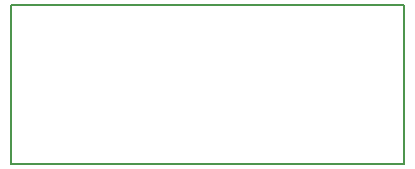
<source format=gm1>
%TF.GenerationSoftware,KiCad,Pcbnew,(6.0.1)*%
%TF.CreationDate,2022-03-08T09:49:56-08:00*%
%TF.ProjectId,436.5MHz LNA,3433362e-354d-4487-9a20-4c4e412e6b69,rev?*%
%TF.SameCoordinates,Original*%
%TF.FileFunction,Profile,NP*%
%FSLAX46Y46*%
G04 Gerber Fmt 4.6, Leading zero omitted, Abs format (unit mm)*
G04 Created by KiCad (PCBNEW (6.0.1)) date 2022-03-08 09:49:56*
%MOMM*%
%LPD*%
G01*
G04 APERTURE LIST*
%TA.AperFunction,Profile*%
%ADD10C,0.150000*%
%TD*%
G04 APERTURE END LIST*
D10*
X84350000Y-66250000D02*
X117650000Y-66250000D01*
X117650000Y-66250000D02*
X117650000Y-79750000D01*
X117650000Y-79750000D02*
X84350000Y-79750000D01*
X84350000Y-79750000D02*
X84350000Y-66250000D01*
M02*

</source>
